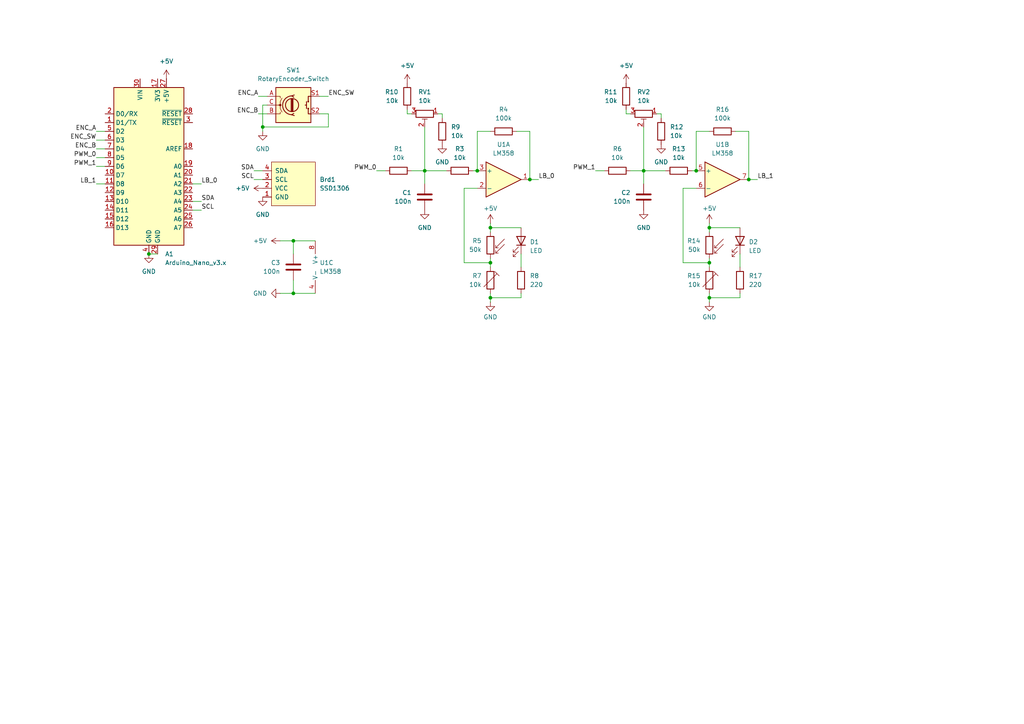
<source format=kicad_sch>
(kicad_sch (version 20250114) (generator "eeschema") (generator_version "9.0")
  (paper "A4")
  (title_block (title "Looping") (date "2025-12-12") (rev "1.0"))
  (lib_symbols
    (symbol "Amplifier_Operational:LM358" (pin_names (offset 0.127))
      (property "Reference" "U" (at 0 5.08 0))
      (property "Value" "LM358" (at 0 -5.08 0))
      (symbol "LM358_1_1"
        (polyline (pts (xy -5.08 5.08) (xy 5.08 0) (xy -5.08 -5.08) (xy -5.08 5.08)) (stroke (width 0.254)) (fill (type background)))
        (pin input line (at -7.62 2.54 0) (length 2.54) (name "+") (number "3"))
        (pin input line (at -7.62 -2.54 0) (length 2.54) (name "-") (number "2"))
        (pin output line (at 7.62 0 180) (length 2.54) (name "~") (number "1"))
      )
      (symbol "LM358_2_1"
        (polyline (pts (xy -5.08 5.08) (xy 5.08 0) (xy -5.08 -5.08) (xy -5.08 5.08)) (stroke (width 0.254)) (fill (type background)))
        (pin input line (at -7.62 2.54 0) (length 2.54) (name "+") (number "5"))
        (pin input line (at -7.62 -2.54 0) (length 2.54) (name "-") (number "6"))
        (pin output line (at 7.62 0 180) (length 2.54) (name "~") (number "7"))
      )
      (symbol "LM358_3_1"
        (pin power_in line (at -2.54 7.62 270) (length 3.81) (name "V+") (number "8"))
        (pin power_in line (at -2.54 -7.62 90) (length 3.81) (name "V-") (number "4"))
      )
    )
    (symbol "Device:C" (pin_numbers (hide yes)) (pin_names (offset 0.254))
      (property "Reference" "C" (at 0.635 2.54 0))
      (property "Value" "C" (at 0.635 -2.54 0))
      (symbol "C_0_1"
        (polyline (pts (xy -2.032 0.762) (xy 2.032 0.762)) (stroke (width 0.508)))
        (polyline (pts (xy -2.032 -0.762) (xy 2.032 -0.762)) (stroke (width 0.508)))
      )
      (symbol "C_1_1"
        (pin passive line (at 0 3.81 270) (length 2.794) (name "~") (number "1"))
        (pin passive line (at 0 -3.81 90) (length 2.794) (name "~") (number "2"))
      )
    )
    (symbol "Device:LED" (pin_numbers (hide yes)) (pin_names (offset 1.016) (hide yes))
      (property "Reference" "D" (at 0 2.54 0))
      (property "Value" "LED" (at 0 -2.54 0))
      (symbol "LED_0_1"
        (polyline (pts (xy -3.048 -0.762) (xy -4.572 -2.286) (xy -3.81 -2.286) (xy -4.572 -2.286) (xy -4.572 -1.524)))
        (polyline (pts (xy -1.778 -0.762) (xy -3.302 -2.286) (xy -2.54 -2.286) (xy -3.302 -2.286) (xy -3.302 -1.524)))
        (polyline (pts (xy -1.27 0) (xy 1.27 0)))
        (polyline (pts (xy -1.27 -1.27) (xy -1.27 1.27)) (stroke (width 0.254)))
        (polyline (pts (xy 1.27 -1.27) (xy 1.27 1.27) (xy -1.27 0) (xy 1.27 -1.27)) (stroke (width 0.254)))
      )
      (symbol "LED_1_1"
        (pin passive line (at -3.81 0 0) (length 2.54) (name "K") (number "1"))
        (pin passive line (at 3.81 0 180) (length 2.54) (name "A") (number "2"))
      )
    )
    (symbol "Device:R" (pin_numbers (hide yes)) (pin_names (offset 0))
      (property "Reference" "R" (at 2.032 0 90))
      (property "Value" "R" (at 0 0 90))
      (symbol "R_0_1"
        (rectangle (start -1.016 -2.54) (end 1.016 2.54) (stroke (width 0.254)))
      )
      (symbol "R_1_1"
        (pin passive line (at 0 3.81 270) (length 1.27) (name "~") (number "1"))
        (pin passive line (at 0 -3.81 90) (length 1.27) (name "~") (number "2"))
      )
    )
    (symbol "Device:R_Photo" (pin_numbers (hide yes)) (pin_names (offset 0))
      (property "Reference" "R" (at 1.27 1.27 0))
      (property "Value" "R_Photo" (at 1.27 0 0))
      (symbol "R_Photo_0_1"
        (polyline (pts (xy -1.524 -0.762) (xy -4.064 1.778)))
        (polyline (pts (xy -1.524 -0.762) (xy -2.286 -0.762)))
        (polyline (pts (xy -1.524 -0.762) (xy -1.524 0)))
        (polyline (pts (xy -1.524 -2.286) (xy -4.064 0.254)))
        (polyline (pts (xy -1.524 -2.286) (xy -2.286 -2.286)))
        (polyline (pts (xy -1.524 -2.286) (xy -1.524 -1.524)))
        (rectangle (start -1.016 2.54) (end 1.016 -2.54) (stroke (width 0.254)))
      )
      (symbol "R_Photo_1_1"
        (pin passive line (at 0 3.81 270) (length 1.27) (name "~") (number "1"))
        (pin passive line (at 0 -3.81 90) (length 1.27) (name "~") (number "2"))
      )
    )
    (symbol "Device:R_Potentiometer_Trim" (pin_names (offset 1.016) (hide yes))
      (property "Reference" "RV" (at -4.445 0 90))
      (property "Value" "R_Potentiometer_Trim" (at -2.54 0 90))
      (symbol "R_Potentiometer_Trim_0_1"
        (rectangle (start 1.016 2.54) (end -1.016 -2.54) (stroke (width 0.254)))
        (polyline (pts (xy 1.524 0.762) (xy 1.524 -0.762)))
        (polyline (pts (xy 2.54 0) (xy 1.524 0)))
      )
      (symbol "R_Potentiometer_Trim_1_1"
        (pin passive line (at 0 3.81 270) (length 1.27) (name "1") (number "1"))
        (pin passive line (at 0 -3.81 90) (length 1.27) (name "3") (number "3"))
        (pin passive line (at 3.81 0 180) (length 1.27) (name "2") (number "2"))
      )
    )
    (symbol "Device:R_Trim" (pin_numbers (hide yes)) (pin_names (offset 0))
      (property "Reference" "R" (at 2.54 -2.54 90))
      (property "Value" "R_Trim" (at -2.54 -0.635 90))
      (symbol "R_Trim_0_1"
        (polyline (pts (xy -1.905 -1.905) (xy 1.905 1.905) (xy 2.54 1.27) (xy 1.27 2.54)))
        (rectangle (start -1.016 -2.54) (end 1.016 2.54) (stroke (width 0.254)))
      )
      (symbol "R_Trim_1_1"
        (pin passive line (at 0 3.81 270) (length 1.27) (name "~") (number "1"))
        (pin passive line (at 0 -3.81 90) (length 1.27) (name "~") (number "2"))
      )
    )
    (symbol "Device:RotaryEncoder_Switch" (pin_names (offset 0.254) (hide yes))
      (property "Reference" "SW" (at 0 6.604 0))
      (property "Value" "RotaryEncoder_Switch" (at 0 -6.604 0))
      (symbol "RotaryEncoder_Switch_0_1"
        (rectangle (start -5.08 5.08) (end 5.08 -5.08) (stroke (width 0.254)) (fill (type background)))
        (polyline (pts (xy -5.08 2.54) (xy -3.81 2.54) (xy -3.81 2.032)))
        (polyline (pts (xy -5.08 0) (xy -3.81 0) (xy -3.81 -1.016) (xy -3.302 -2.032)))
        (polyline (pts (xy -5.08 -2.54) (xy -3.81 -2.54) (xy -3.81 -2.032)))
        (polyline (pts (xy -4.318 0) (xy -3.81 0) (xy -3.81 1.016) (xy -3.302 2.032)))
        (circle (center -3.81 0) (radius 0.254) (fill (type outline)))
        (polyline (pts (xy -0.635 -1.778) (xy -0.635 1.778)) (stroke (width 0.254)))
        (circle (center -0.381 0) (radius 1.905) (stroke (width 0.254)))
        (polyline (pts (xy -0.381 -1.778) (xy -0.381 1.778)) (stroke (width 0.254)))
        (arc (start -0.381 -2.794) (mid -3.0988 -0.0635) (end -0.381 2.667) (stroke (width 0.254)))
        (polyline (pts (xy -0.127 1.778) (xy -0.127 -1.778)) (stroke (width 0.254)))
        (polyline (pts (xy 0.254 2.921) (xy -0.508 2.667) (xy 0.127 2.286)) (stroke (width 0.254)))
        (polyline (pts (xy 0.254 -3.048) (xy -0.508 -2.794) (xy 0.127 -2.413)) (stroke (width 0.254)))
        (polyline (pts (xy 3.81 1.016) (xy 3.81 -1.016)) (stroke (width 0.254)))
        (polyline (pts (xy 3.81 0) (xy 3.429 0)) (stroke (width 0.254)))
        (circle (center 4.318 1.016) (radius 0.127) (stroke (width 0.254)))
        (circle (center 4.318 -1.016) (radius 0.127) (stroke (width 0.254)))
        (polyline (pts (xy 5.08 2.54) (xy 4.318 2.54) (xy 4.318 1.016)) (stroke (width 0.254)))
        (polyline (pts (xy 5.08 -2.54) (xy 4.318 -2.54) (xy 4.318 -1.016)) (stroke (width 0.254)))
      )
      (symbol "RotaryEncoder_Switch_1_1"
        (pin passive line (at -7.62 2.54 0) (length 2.54) (name "A") (number "A"))
        (pin passive line (at -7.62 0 0) (length 2.54) (name "C") (number "C"))
        (pin passive line (at -7.62 -2.54 0) (length 2.54) (name "B") (number "B"))
        (pin passive line (at 7.62 2.54 180) (length 2.54) (name "S1") (number "S1"))
        (pin passive line (at 7.62 -2.54 180) (length 2.54) (name "S2") (number "S2"))
      )
    )
    (symbol "MCU_Module:Arduino_Nano_v3.x"
      (property "Reference" "A" (at -10.16 23.495 0))
      (property "Value" "Arduino_Nano_v3.x" (at 5.08 -24.13 0))
      (symbol "Arduino_Nano_v3.x_0_1"
        (rectangle (start -10.16 22.86) (end 10.16 -22.86) (stroke (width 0.254)) (fill (type background)))
      )
      (symbol "Arduino_Nano_v3.x_1_1"
        (pin bidirectional line (at -12.7 15.24 0) (length 2.54) (name "D0/RX") (number "2"))
        (pin bidirectional line (at -12.7 12.7 0) (length 2.54) (name "D1/TX") (number "1"))
        (pin bidirectional line (at -12.7 10.16 0) (length 2.54) (name "D2") (number "5"))
        (pin bidirectional line (at -12.7 7.62 0) (length 2.54) (name "D3") (number "6"))
        (pin bidirectional line (at -12.7 5.08 0) (length 2.54) (name "D4") (number "7"))
        (pin bidirectional line (at -12.7 2.54 0) (length 2.54) (name "D5") (number "8"))
        (pin bidirectional line (at -12.7 0 0) (length 2.54) (name "D6") (number "9"))
        (pin bidirectional line (at -12.7 -2.54 0) (length 2.54) (name "D7") (number "10"))
        (pin bidirectional line (at -12.7 -5.08 0) (length 2.54) (name "D8") (number "11"))
        (pin bidirectional line (at -12.7 -7.62 0) (length 2.54) (name "D9") (number "12"))
        (pin bidirectional line (at -12.7 -10.16 0) (length 2.54) (name "D10") (number "13"))
        (pin bidirectional line (at -12.7 -12.7 0) (length 2.54) (name "D11") (number "14"))
        (pin bidirectional line (at -12.7 -15.24 0) (length 2.54) (name "D12") (number "15"))
        (pin bidirectional line (at -12.7 -17.78 0) (length 2.54) (name "D13") (number "16"))
        (pin power_in line (at -2.54 25.4 270) (length 2.54) (name "VIN") (number "30"))
        (pin power_in line (at 0 -25.4 90) (length 2.54) (name "GND") (number "4"))
        (pin power_out line (at 2.54 25.4 270) (length 2.54) (name "3V3") (number "17"))
        (pin power_in line (at 2.54 -25.4 90) (length 2.54) (name "GND") (number "29"))
        (pin power_out line (at 5.08 25.4 270) (length 2.54) (name "+5V") (number "27"))
        (pin input line (at 12.7 15.24 180) (length 2.54) (name "~{RESET}") (number "28"))
        (pin input line (at 12.7 12.7 180) (length 2.54) (name "~{RESET}") (number "3"))
        (pin input line (at 12.7 5.08 180) (length 2.54) (name "AREF") (number "18"))
        (pin bidirectional line (at 12.7 0 180) (length 2.54) (name "A0") (number "19"))
        (pin bidirectional line (at 12.7 -2.54 180) (length 2.54) (name "A1") (number "20"))
        (pin bidirectional line (at 12.7 -5.08 180) (length 2.54) (name "A2") (number "21"))
        (pin bidirectional line (at 12.7 -7.62 180) (length 2.54) (name "A3") (number "22"))
        (pin bidirectional line (at 12.7 -10.16 180) (length 2.54) (name "A4") (number "23"))
        (pin bidirectional line (at 12.7 -12.7 180) (length 2.54) (name "A5") (number "24"))
        (pin bidirectional line (at 12.7 -15.24 180) (length 2.54) (name "A6") (number "25"))
        (pin bidirectional line (at 12.7 -17.78 180) (length 2.54) (name "A7") (number "26"))
      )
    )
    (symbol "User_MISC:SSD1306" (pin_names (offset 1.016))
      (property "Reference" "Brd" (at 0 -3.81 0))
      (property "Value" "SSD1306" (at 0 -1.27 0))
      (symbol "SSD1306_0_1"
        (rectangle (start -6.35 6.35) (end 6.35 -6.35) (fill (type background)))
      )
      (symbol "SSD1306_1_1"
        (pin input line (at -3.81 8.89 270) (length 2.54) (name "GND") (number "1"))
        (pin input line (at -1.27 8.89 270) (length 2.54) (name "VCC") (number "2"))
        (pin input line (at 1.27 8.89 270) (length 2.54) (name "SCL") (number "3"))
        (pin input line (at 3.81 8.89 270) (length 2.54) (name "SDA") (number "4"))
      )
    )
    (symbol "power:+5V" (power) (pin_numbers (hide yes)) (pin_names (offset 0) (hide yes))
      (property "Value" "+5V" (at 0 3.556 0))
      (symbol "+5V_0_1"
        (polyline (pts (xy -0.762 1.27) (xy 0 2.54)))
        (polyline (pts (xy 0 2.54) (xy 0.762 1.27)))
        (polyline (pts (xy 0 0) (xy 0 2.54)))
      )
      (symbol "+5V_1_1"
        (pin power_in line (at 0 0 90) (length 0) (name "~") (number "1"))
      )
    )
    (symbol "power:GND" (power) (pin_numbers (hide yes)) (pin_names (offset 0) (hide yes))
      (property "Value" "GND" (at 0 -3.81 0))
      (symbol "GND_0_1"
        (polyline (pts (xy 0 0) (xy 0 -1.27) (xy 1.27 -1.27) (xy 0 -2.54) (xy -1.27 -1.27) (xy 0 -1.27)))
      )
      (symbol "GND_1_1"
        (pin power_in line (at 0 0 270) (length 0) (name "~") (number "1"))
      )
    )
  )
  (junction (at 142.24 76.2))
  (junction (at 85.09 85.09))
  (junction (at 153.67 52.07))
  (junction (at 142.24 66.04))
  (junction (at 138.43 49.53))
  (junction (at 186.69 49.53))
  (junction (at 217.17 52.07))
  (junction (at 205.74 66.04))
  (junction (at 142.24 86.36))
  (junction (at 76.2 36.83))
  (junction (at 85.09 69.85))
  (junction (at 205.74 86.36))
  (junction (at 201.93 49.53))
  (junction (at 43.18 73.66))
  (junction (at 123.19 49.53))
  (junction (at 205.74 76.2))
  (wire (pts (xy 217.17 38.1) (xy 217.17 52.07)))
  (wire (pts (xy 198.12 54.61) (xy 201.93 54.61)))
  (wire (pts (xy 134.62 76.2) (xy 134.62 54.61)))
  (wire (pts (xy 151.13 73.66) (xy 151.13 77.47)))
  (wire (pts (xy 186.69 49.53) (xy 193.04 49.53)))
  (wire (pts (xy 27.94 38.1) (xy 30.48 38.1)))
  (wire (pts (xy 58.42 58.42) (xy 55.88 58.42)))
  (wire (pts (xy 142.24 86.36) (xy 142.24 85.09)))
  (wire (pts (xy 214.63 86.36) (xy 214.63 85.09)))
  (wire (pts (xy 76.2 30.48) (xy 76.2 36.83)))
  (wire (pts (xy 27.94 53.34) (xy 30.48 53.34)))
  (wire (pts (xy 73.66 52.07) (xy 76.2 52.07)))
  (wire (pts (xy 200.66 49.53) (xy 201.93 49.53)))
  (wire (pts (xy 123.19 49.53) (xy 119.38 49.53)))
  (wire (pts (xy 128.27 33.02) (xy 128.27 34.29)))
  (wire (pts (xy 142.24 76.2) (xy 134.62 76.2)))
  (wire (pts (xy 58.42 60.96) (xy 55.88 60.96)))
  (wire (pts (xy 134.62 54.61) (xy 138.43 54.61)))
  (wire (pts (xy 27.94 43.18) (xy 30.48 43.18)))
  (wire (pts (xy 95.25 33.02) (xy 95.25 36.83)))
  (wire (pts (xy 142.24 87.63) (xy 142.24 86.36)))
  (wire (pts (xy 85.09 69.85) (xy 81.28 69.85)))
  (wire (pts (xy 138.43 38.1) (xy 138.43 49.53)))
  (wire (pts (xy 205.74 86.36) (xy 214.63 86.36)))
  (wire (pts (xy 76.2 36.83) (xy 76.2 38.1)))
  (wire (pts (xy 95.25 27.94) (xy 92.71 27.94)))
  (wire (pts (xy 142.24 66.04) (xy 151.13 66.04)))
  (wire (pts (xy 172.72 49.53) (xy 175.26 49.53)))
  (wire (pts (xy 142.24 76.2) (xy 142.24 77.47)))
  (wire (pts (xy 142.24 66.04) (xy 142.24 67.31)))
  (wire (pts (xy 91.44 69.85) (xy 85.09 69.85)))
  (wire (pts (xy 91.44 85.09) (xy 85.09 85.09)))
  (wire (pts (xy 85.09 69.85) (xy 85.09 73.66)))
  (wire (pts (xy 118.11 33.02) (xy 119.38 33.02)))
  (wire (pts (xy 58.42 53.34) (xy 55.88 53.34)))
  (wire (pts (xy 27.94 45.72) (xy 30.48 45.72)))
  (wire (pts (xy 205.74 76.2) (xy 198.12 76.2)))
  (wire (pts (xy 142.24 64.77) (xy 142.24 66.04)))
  (wire (pts (xy 149.86 38.1) (xy 153.67 38.1)))
  (wire (pts (xy 186.69 36.83) (xy 186.69 49.53)))
  (wire (pts (xy 198.12 76.2) (xy 198.12 54.61)))
  (wire (pts (xy 123.19 49.53) (xy 129.54 49.53)))
  (wire (pts (xy 137.16 49.53) (xy 138.43 49.53)))
  (wire (pts (xy 85.09 85.09) (xy 81.28 85.09)))
  (wire (pts (xy 153.67 38.1) (xy 153.67 52.07)))
  (wire (pts (xy 213.36 38.1) (xy 217.17 38.1)))
  (wire (pts (xy 109.22 49.53) (xy 111.76 49.53)))
  (wire (pts (xy 142.24 74.93) (xy 142.24 76.2)))
  (wire (pts (xy 92.71 33.02) (xy 95.25 33.02)))
  (wire (pts (xy 27.94 40.64) (xy 30.48 40.64)))
  (wire (pts (xy 123.19 36.83) (xy 123.19 49.53)))
  (wire (pts (xy 77.47 30.48) (xy 76.2 30.48)))
  (wire (pts (xy 205.74 66.04) (xy 214.63 66.04)))
  (wire (pts (xy 85.09 81.28) (xy 85.09 85.09)))
  (wire (pts (xy 142.24 38.1) (xy 138.43 38.1)))
  (wire (pts (xy 73.66 49.53) (xy 76.2 49.53)))
  (wire (pts (xy 74.93 27.94) (xy 77.47 27.94)))
  (wire (pts (xy 123.19 53.34) (xy 123.19 49.53)))
  (wire (pts (xy 214.63 73.66) (xy 214.63 77.47)))
  (wire (pts (xy 186.69 49.53) (xy 182.88 49.53)))
  (wire (pts (xy 128.27 33.02) (xy 127 33.02)))
  (wire (pts (xy 205.74 86.36) (xy 205.74 85.09)))
  (wire (pts (xy 205.74 66.04) (xy 205.74 67.31)))
  (wire (pts (xy 153.67 52.07) (xy 156.21 52.07)))
  (wire (pts (xy 118.11 31.75) (xy 118.11 33.02)))
  (wire (pts (xy 205.74 76.2) (xy 205.74 77.47)))
  (wire (pts (xy 205.74 74.93) (xy 205.74 76.2)))
  (wire (pts (xy 201.93 38.1) (xy 201.93 49.53)))
  (wire (pts (xy 76.2 36.83) (xy 95.25 36.83)))
  (wire (pts (xy 205.74 87.63) (xy 205.74 86.36)))
  (wire (pts (xy 181.61 31.75) (xy 181.61 33.02)))
  (wire (pts (xy 205.74 38.1) (xy 201.93 38.1)))
  (wire (pts (xy 205.74 64.77) (xy 205.74 66.04)))
  (wire (pts (xy 27.94 48.26) (xy 30.48 48.26)))
  (wire (pts (xy 142.24 86.36) (xy 151.13 86.36)))
  (wire (pts (xy 217.17 52.07) (xy 219.71 52.07)))
  (wire (pts (xy 191.77 33.02) (xy 190.5 33.02)))
  (wire (pts (xy 74.93 33.02) (xy 77.47 33.02)))
  (wire (pts (xy 186.69 53.34) (xy 186.69 49.53)))
  (wire (pts (xy 191.77 33.02) (xy 191.77 34.29)))
  (wire (pts (xy 43.18 73.66) (xy 45.72 73.66)))
  (wire (pts (xy 181.61 33.02) (xy 182.88 33.02)))
  (wire (pts (xy 151.13 86.36) (xy 151.13 85.09)))
  (label "LB_0" (at 156.21 52.07 0))
  (label "SCL" (at 58.42 60.96 0))
  (label "ENC_SW" (at 27.94 40.64 180))
  (label "LB_0" (at 58.42 53.34 0))
  (label "LB_1" (at 219.71 52.07 0))
  (label "PWM_0" (at 109.22 49.53 180))
  (label "ENC_B" (at 27.94 43.18 180))
  (label "SCL" (at 73.66 52.07 180))
  (label "ENC_A" (at 27.94 38.1 180))
  (label "PWM_0" (at 27.94 45.72 180))
  (label "PWM_1" (at 27.94 48.26 180))
  (label "SDA" (at 58.42 58.42 0))
  (label "SDA" (at 73.66 49.53 180))
  (label "LB_1" (at 27.94 53.34 180))
  (label "PWM_1" (at 172.72 49.53 180))
  (label "ENC_A" (at 74.93 27.94 180))
  (label "ENC_SW" (at 95.25 27.94 0))
  (label "ENC_B" (at 74.93 33.02 180))
  (symbol (lib_id "power:+5V") (at 118.11 24.13 0) (unit 1)
    (property "Reference" "#PWR03" (effects (hide yes)))
    (property "Value" "+5V" (at 118.11 19.05 0))
    (property "Description" "Power symbol creates a global label with name \"+5V\"" (effects (hide yes)))
  )
  (symbol (lib_id "power:GND") (at 43.18 73.66 0) (unit 1)
    (property "Reference" "#PWR06" (effects (hide yes)))
    (property "Value" "GND" (at 43.18 78.74 0))
    (property "Description" "Power symbol creates a global label with name \"GND\" , ground" (effects (hide yes)))
  )
  (symbol (lib_id "Amplifier_Operational:LM358") (at 146.05 52.07 0) (unit 1)
    (property "Reference" "U1" (at 146.05 41.91 0))
    (property "Value" "LM358" (at 146.05 44.45 0))
    (property "Datasheet" "http://www.ti.com/lit/ds/symlink/lm2904-n.pdf" (effects (hide yes)))
    (property "Description" "Low-Power, Dual Operational Amplifiers, DIP-8/SOIC-8/TO-99-8" (effects (hide yes)))
  )
  (symbol (lib_id "power:+5V") (at 142.24 64.77 0) (unit 1)
    (property "Reference" "#PWR09" (effects (hide yes)))
    (property "Value" "+5V" (at 142.24 60.452 0))
    (property "Description" "Power symbol creates a global label with name \"+5V\"" (effects (hide yes)))
  )
  (symbol (lib_id "Device:R") (at 181.61 27.94 0) (mirror y) (unit 1)
    (property "Reference" "R11" (at 179.07 26.6699 0) (effects (justify left)))
    (property "Value" "10k" (at 179.07 29.2099 0) (effects (justify left)))
    (property "Description" "Resistor" (effects (hide yes)))
  )
  (symbol (lib_id "Device:R") (at 191.77 38.1 0) (unit 1)
    (property "Reference" "R12" (at 194.31 36.8299 0) (effects (justify left)))
    (property "Value" "10k" (at 194.31 39.3699 0) (effects (justify left)))
    (property "Description" "Resistor" (effects (hide yes)))
  )
  (symbol (lib_id "power:GND") (at 123.19 60.96 0) (unit 1)
    (property "Reference" "#PWR02" (effects (hide yes)))
    (property "Value" "GND" (at 123.19 66.04 0))
    (property "Description" "Power symbol creates a global label with name \"GND\" , ground" (effects (hide yes)))
  )
  (symbol (lib_id "power:+5V") (at 205.74 64.77 0) (unit 1)
    (property "Reference" "#PWR014" (effects (hide yes)))
    (property "Value" "+5V" (at 205.74 60.452 0))
    (property "Description" "Power symbol creates a global label with name \"+5V\"" (effects (hide yes)))
  )
  (symbol (lib_id "Device:R_Trim") (at 142.24 81.28 0) (unit 1)
    (property "Reference" "R7" (at 139.7 80.0099 0) (effects (justify right)))
    (property "Value" "10k" (at 139.7 82.5499 0) (effects (justify right)))
    (property "Description" "Trimmable resistor (preset resistor)" (effects (hide yes)))
  )
  (symbol (lib_id "Device:RotaryEncoder_Switch") (at 85.09 30.48 0) (unit 1)
    (property "Reference" "SW1" (at 85.09 20.32 0))
    (property "Value" "RotaryEncoder_Switch" (at 85.09 22.86 0))
    (property "Description" "Rotary encoder, dual channel, incremental quadrate outputs, with switch" (effects (hide yes)))
  )
  (symbol (lib_id "power:GND") (at 128.27 41.91 0) (unit 1)
    (property "Reference" "#PWR04" (effects (hide yes)))
    (property "Value" "GND" (at 128.27 46.99 0))
    (property "Description" "Power symbol creates a global label with name \"GND\" , ground" (effects (hide yes)))
  )
  (symbol (lib_id "power:+5V") (at 48.26 22.86 0) (unit 1)
    (property "Reference" "#PWR05" (effects (hide yes)))
    (property "Value" "+5V" (at 48.26 17.78 0))
    (property "Description" "Power symbol creates a global label with name \"+5V\"" (effects (hide yes)))
  )
  (symbol (lib_id "Device:R") (at 118.11 27.94 0) (mirror y) (unit 1)
    (property "Reference" "R10" (at 115.57 26.6699 0) (effects (justify left)))
    (property "Value" "10k" (at 115.57 29.2099 0) (effects (justify left)))
    (property "Description" "Resistor" (effects (hide yes)))
  )
  (symbol (lib_id "Device:C") (at 186.69 57.15 0) (mirror y) (unit 1)
    (property "Reference" "C2" (at 182.88 55.8799 0) (effects (justify left)))
    (property "Value" "100n" (at 182.88 58.4199 0) (effects (justify left)))
    (property "Description" "Unpolarized capacitor" (effects (hide yes)))
  )
  (symbol (lib_id "Device:R") (at 146.05 38.1 90) (unit 1)
    (property "Reference" "R4" (at 146.05 31.75 90))
    (property "Value" "100k" (at 146.05 34.29 90))
    (property "Description" "Resistor" (effects (hide yes)))
  )
  (symbol (lib_id "Device:R") (at 151.13 81.28 0) (unit 1)
    (property "Reference" "R8" (at 153.67 80.0099 0) (effects (justify left)))
    (property "Value" "220" (at 153.67 82.5499 0) (effects (justify left)))
    (property "Description" "Resistor" (effects (hide yes)))
  )
  (symbol (lib_id "power:+5V") (at 76.2 54.61 90) (unit 1)
    (property "Reference" "#PWR017" (effects (hide yes)))
    (property "Value" "+5V" (at 72.39 54.6099 90) (effects (justify left)))
    (property "Description" "Power symbol creates a global label with name \"+5V\"" (effects (hide yes)))
  )
  (symbol (lib_id "Device:R_Trim") (at 205.74 81.28 0) (unit 1)
    (property "Reference" "R15" (at 203.2 80.0099 0) (effects (justify right)))
    (property "Value" "10k" (at 203.2 82.5499 0) (effects (justify right)))
    (property "Description" "Trimmable resistor (preset resistor)" (effects (hide yes)))
  )
  (symbol (lib_id "power:+5V") (at 81.28 69.85 90) (unit 1)
    (property "Reference" "#PWR07" (effects (hide yes)))
    (property "Value" "+5V" (at 77.47 69.8499 90) (effects (justify left)))
    (property "Description" "Power symbol creates a global label with name \"+5V\"" (effects (hide yes)))
  )
  (symbol (lib_id "power:GND") (at 186.69 60.96 0) (unit 1)
    (property "Reference" "#PWR012" (effects (hide yes)))
    (property "Value" "GND" (at 186.69 66.04 0))
    (property "Description" "Power symbol creates a global label with name \"GND\" , ground" (effects (hide yes)))
  )
  (symbol (lib_id "Device:R_Photo") (at 205.74 71.12 0) (mirror y) (unit 1)
    (property "Reference" "R14" (at 203.2 69.8499 0) (effects (justify left)))
    (property "Value" "50k" (at 203.2 72.3899 0) (effects (justify left)))
    (property "Description" "Photoresistor" (effects (hide yes)))
  )
  (symbol (lib_id "Device:R_Potentiometer_Trim") (at 186.69 33.02 270) (unit 1)
    (property "Reference" "RV2" (at 186.69 26.67 90))
    (property "Value" "10k" (at 186.69 29.21 90))
    (property "Description" "Trim-potentiometer" (effects (hide yes)))
  )
  (symbol (lib_id "power:GND") (at 205.74 87.63 0) (unit 1)
    (property "Reference" "#PWR015" (effects (hide yes)))
    (property "Value" "GND" (at 205.74 91.948 0))
    (property "Description" "Power symbol creates a global label with name \"GND\" , ground" (effects (hide yes)))
  )
  (symbol (lib_id "power:GND") (at 142.24 87.63 0) (unit 1)
    (property "Reference" "#PWR010" (effects (hide yes)))
    (property "Value" "GND" (at 142.24 91.948 0))
    (property "Description" "Power symbol creates a global label with name \"GND\" , ground" (effects (hide yes)))
  )
  (symbol (lib_id "Device:R") (at 115.57 49.53 90) (unit 1)
    (property "Reference" "R1" (at 115.57 43.18 90))
    (property "Value" "10k" (at 115.57 45.72 90))
    (property "Description" "Resistor" (effects (hide yes)))
  )
  (symbol (lib_id "Amplifier_Operational:LM358") (at 209.55 52.07 0) (unit 2)
    (property "Reference" "U1" (at 209.55 41.91 0))
    (property "Value" "LM358" (at 209.55 44.45 0))
    (property "Datasheet" "http://www.ti.com/lit/ds/symlink/lm2904-n.pdf" (effects (hide yes)))
    (property "Description" "Low-Power, Dual Operational Amplifiers, DIP-8/SOIC-8/TO-99-8" (effects (hide yes)))
  )
  (symbol (lib_id "Device:R_Photo") (at 142.24 71.12 0) (mirror y) (unit 1)
    (property "Reference" "R5" (at 139.7 69.8499 0) (effects (justify left)))
    (property "Value" "50k" (at 139.7 72.3899 0) (effects (justify left)))
    (property "Description" "Photoresistor" (effects (hide yes)))
  )
  (symbol (lib_id "Device:R") (at 128.27 38.1 0) (unit 1)
    (property "Reference" "R9" (at 130.81 36.8299 0) (effects (justify left)))
    (property "Value" "10k" (at 130.81 39.3699 0) (effects (justify left)))
    (property "Description" "Resistor" (effects (hide yes)))
  )
  (symbol (lib_id "Device:R") (at 209.55 38.1 90) (unit 1)
    (property "Reference" "R16" (at 209.55 31.75 90))
    (property "Value" "100k" (at 209.55 34.29 90))
    (property "Description" "Resistor" (effects (hide yes)))
  )
  (symbol (lib_id "Device:C") (at 123.19 57.15 0) (mirror y) (unit 1)
    (property "Reference" "C1" (at 119.38 55.8799 0) (effects (justify left)))
    (property "Value" "100n" (at 119.38 58.4199 0) (effects (justify left)))
    (property "Description" "Unpolarized capacitor" (effects (hide yes)))
  )
  (symbol (lib_id "power:GND") (at 76.2 57.15 0) (unit 1)
    (property "Reference" "#PWR016" (effects (hide yes)))
    (property "Value" "GND" (at 76.2 62.23 0))
    (property "Description" "Power symbol creates a global label with name \"GND\" , ground" (effects (hide yes)))
  )
  (symbol (lib_id "Device:R") (at 133.35 49.53 90) (unit 1)
    (property "Reference" "R3" (at 133.35 43.18 90))
    (property "Value" "10k" (at 133.35 45.72 90))
    (property "Description" "Resistor" (effects (hide yes)))
  )
  (symbol (lib_id "power:+5V") (at 181.61 24.13 0) (unit 1)
    (property "Reference" "#PWR011" (effects (hide yes)))
    (property "Value" "+5V" (at 181.61 19.05 0))
    (property "Description" "Power symbol creates a global label with name \"+5V\"" (effects (hide yes)))
  )
  (symbol (lib_id "Device:LED") (at 214.63 69.85 270) (mirror x) (unit 1)
    (property "Reference" "D2" (at 217.17 70.1674 90) (effects (justify left)))
    (property "Value" "LED" (at 217.17 72.7074 90) (effects (justify left)))
    (property "Description" "Light emitting diode" (effects (hide yes)))
    (property "Sim.Pins" "1=K 2=A" (effects (hide yes)))
  )
  (symbol (lib_id "Device:LED") (at 151.13 69.85 270) (mirror x) (unit 1)
    (property "Reference" "D1" (at 153.67 70.1674 90) (effects (justify left)))
    (property "Value" "LED" (at 153.67 72.7074 90) (effects (justify left)))
    (property "Description" "Light emitting diode" (effects (hide yes)))
    (property "Sim.Pins" "1=K 2=A" (effects (hide yes)))
  )
  (symbol (lib_id "power:GND") (at 191.77 41.91 0) (unit 1)
    (property "Reference" "#PWR013" (effects (hide yes)))
    (property "Value" "GND" (at 191.77 46.99 0))
    (property "Description" "Power symbol creates a global label with name \"GND\" , ground" (effects (hide yes)))
  )
  (symbol (lib_id "Device:R") (at 179.07 49.53 90) (unit 1)
    (property "Reference" "R6" (at 179.07 43.18 90))
    (property "Value" "10k" (at 179.07 45.72 90))
    (property "Description" "Resistor" (effects (hide yes)))
  )
  (symbol (lib_id "power:GND") (at 76.2 38.1 0) (unit 1)
    (property "Reference" "#PWR01" (effects (hide yes)))
    (property "Value" "GND" (at 76.2 43.18 0))
    (property "Description" "Power symbol creates a global label with name \"GND\" , ground" (effects (hide yes)))
  )
  (symbol (lib_id "power:GND") (at 81.28 85.09 270) (unit 1)
    (property "Reference" "#PWR08" (effects (hide yes)))
    (property "Value" "GND" (at 77.47 85.0899 90) (effects (justify right)))
    (property "Description" "Power symbol creates a global label with name \"GND\" , ground" (effects (hide yes)))
  )
  (symbol (lib_id "User_MISC:SSD1306") (at 85.09 53.34 90) (unit 1)
    (property "Reference" "Brd1" (at 92.71 52.0699 90) (effects (justify right)))
    (property "Value" "SSD1306" (at 92.71 54.6099 90) (effects (justify right)))
    (property "Description" "SSD1306 OLED" (effects (hide yes)))
  )
  (symbol (lib_id "Amplifier_Operational:LM358") (at 93.98 77.47 0) (unit 3)
    (property "Reference" "U1" (at 92.71 76.1999 0) (effects (justify left)))
    (property "Value" "LM358" (at 92.71 78.7399 0) (effects (justify left)))
    (property "Datasheet" "http://www.ti.com/lit/ds/symlink/lm2904-n.pdf" (effects (hide yes)))
    (property "Description" "Low-Power, Dual Operational Amplifiers, DIP-8/SOIC-8/TO-99-8" (effects (hide yes)))
  )
  (symbol (lib_id "Device:R_Potentiometer_Trim") (at 123.19 33.02 270) (unit 1)
    (property "Reference" "RV1" (at 123.19 26.67 90))
    (property "Value" "10k" (at 123.19 29.21 90))
    (property "Description" "Trim-potentiometer" (effects (hide yes)))
  )
  (symbol (lib_id "Device:R") (at 196.85 49.53 90) (unit 1)
    (property "Reference" "R13" (at 196.85 43.18 90))
    (property "Value" "10k" (at 196.85 45.72 90))
    (property "Description" "Resistor" (effects (hide yes)))
  )
  (symbol (lib_id "Device:C") (at 85.09 77.47 0) (unit 1)
    (property "Reference" "C3" (at 81.28 76.1999 0) (effects (justify right)))
    (property "Value" "100n" (at 81.28 78.7399 0) (effects (justify right)))
    (property "Description" "Unpolarized capacitor" (effects (hide yes)))
  )
  (symbol (lib_id "Device:R") (at 214.63 81.28 0) (unit 1)
    (property "Reference" "R17" (at 217.17 80.0099 0) (effects (justify left)))
    (property "Value" "220" (at 217.17 82.5499 0) (effects (justify left)))
    (property "Description" "Resistor" (effects (hide yes)))
  )
  (symbol (lib_id "MCU_Module:Arduino_Nano_v3.x") (at 43.18 48.26 0) (unit 1)
    (property "Reference" "A1" (at 47.8633 73.66 0) (effects (justify left)))
    (property "Value" "Arduino_Nano_v3.x" (at 47.8633 76.2 0) (effects (justify left)))
    (property "Footprint" "Module:Arduino_Nano" (effects (hide yes)))
    (property "Datasheet" "http://www.mouser.com/pdfdocs/Gravitech_Arduino_Nano3_0.pdf" (effects (hide yes)))
    (property "Description" "Arduino Nano v3.x" (effects (hide yes)))
  )
)
</source>
